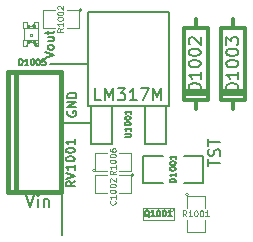
<source format=gto>
G04 (created by PCBNEW (2013-07-07 BZR 4022)-stable) date 10/06/2015 20:15:53*
%MOIN*%
G04 Gerber Fmt 3.4, Leading zero omitted, Abs format*
%FSLAX34Y34*%
G01*
G70*
G90*
G04 APERTURE LIST*
%ADD10C,0.00590551*%
%ADD11C,0.005*%
%ADD12C,0.008*%
%ADD13C,0.0031*%
%ADD14C,0.0039*%
%ADD15C,0.0026*%
%ADD16C,0.004*%
%ADD17C,0.002*%
%ADD18C,0.012*%
%ADD19C,0.015*%
%ADD20C,0.0043*%
G04 APERTURE END LIST*
G54D10*
G54D11*
X40661Y-32407D02*
X40661Y-32178D01*
X41061Y-32292D02*
X40661Y-32292D01*
X41042Y-32064D02*
X41061Y-32007D01*
X41061Y-31911D01*
X41042Y-31873D01*
X41023Y-31854D01*
X40985Y-31835D01*
X40947Y-31835D01*
X40909Y-31854D01*
X40890Y-31873D01*
X40871Y-31911D01*
X40852Y-31988D01*
X40833Y-32026D01*
X40814Y-32045D01*
X40776Y-32064D01*
X40738Y-32064D01*
X40700Y-32045D01*
X40680Y-32026D01*
X40661Y-31988D01*
X40661Y-31892D01*
X40680Y-31835D01*
X40661Y-31721D02*
X40661Y-31492D01*
X41061Y-31607D02*
X40661Y-31607D01*
G54D12*
X36750Y-30950D02*
X36750Y-30900D01*
X35850Y-30950D02*
X36750Y-30950D01*
X36650Y-29000D02*
X36600Y-29000D01*
X35400Y-29000D02*
X36650Y-29000D01*
G54D11*
X35221Y-28807D02*
X35521Y-28707D01*
X35221Y-28607D01*
X35521Y-28464D02*
X35507Y-28492D01*
X35492Y-28507D01*
X35464Y-28521D01*
X35378Y-28521D01*
X35350Y-28507D01*
X35335Y-28492D01*
X35321Y-28464D01*
X35321Y-28421D01*
X35335Y-28392D01*
X35350Y-28378D01*
X35378Y-28364D01*
X35464Y-28364D01*
X35492Y-28378D01*
X35507Y-28392D01*
X35521Y-28421D01*
X35521Y-28464D01*
X35321Y-28107D02*
X35521Y-28107D01*
X35321Y-28235D02*
X35478Y-28235D01*
X35507Y-28221D01*
X35521Y-28192D01*
X35521Y-28150D01*
X35507Y-28121D01*
X35492Y-28107D01*
X35321Y-28007D02*
X35321Y-27892D01*
X35221Y-27964D02*
X35478Y-27964D01*
X35507Y-27950D01*
X35521Y-27921D01*
X35521Y-27892D01*
X35985Y-30578D02*
X35971Y-30607D01*
X35971Y-30650D01*
X35985Y-30692D01*
X36014Y-30721D01*
X36042Y-30735D01*
X36100Y-30750D01*
X36142Y-30750D01*
X36200Y-30735D01*
X36228Y-30721D01*
X36257Y-30692D01*
X36271Y-30650D01*
X36271Y-30621D01*
X36257Y-30578D01*
X36242Y-30564D01*
X36142Y-30564D01*
X36142Y-30621D01*
X36271Y-30435D02*
X35971Y-30435D01*
X36271Y-30264D01*
X35971Y-30264D01*
X36271Y-30121D02*
X35971Y-30121D01*
X35971Y-30050D01*
X35985Y-30007D01*
X36014Y-29978D01*
X36042Y-29964D01*
X36100Y-29950D01*
X36142Y-29950D01*
X36200Y-29964D01*
X36228Y-29978D01*
X36257Y-30007D01*
X36271Y-30050D01*
X36271Y-30121D01*
G54D12*
X35800Y-33200D02*
X35800Y-34700D01*
G54D11*
X34590Y-33361D02*
X34723Y-33761D01*
X34857Y-33361D01*
X34990Y-33761D02*
X34990Y-33495D01*
X34990Y-33361D02*
X34971Y-33380D01*
X34990Y-33400D01*
X35009Y-33380D01*
X34990Y-33361D01*
X34990Y-33400D01*
X35180Y-33495D02*
X35180Y-33761D01*
X35180Y-33533D02*
X35200Y-33514D01*
X35238Y-33495D01*
X35295Y-33495D01*
X35333Y-33514D01*
X35352Y-33552D01*
X35352Y-33761D01*
G54D13*
X39525Y-33862D02*
G75*
G03X39525Y-33862I-62J0D01*
G74*
G01*
X38500Y-34200D02*
X38500Y-33800D01*
X39525Y-34200D02*
X39525Y-33800D01*
X38500Y-33800D02*
X39525Y-33800D01*
X39525Y-34200D02*
X38500Y-34200D01*
G54D11*
X40500Y-32950D02*
X40500Y-32050D01*
X40500Y-32050D02*
X39850Y-32050D01*
X39150Y-32950D02*
X38500Y-32950D01*
X38500Y-32950D02*
X38500Y-32050D01*
X38500Y-32050D02*
X39150Y-32050D01*
X39850Y-32950D02*
X40500Y-32950D01*
G54D14*
X36450Y-27200D02*
G75*
G03X36450Y-27200I-50J0D01*
G74*
G01*
X35950Y-27200D02*
X36350Y-27200D01*
X36350Y-27200D02*
X36350Y-27800D01*
X36350Y-27800D02*
X35950Y-27800D01*
X35550Y-27800D02*
X35150Y-27800D01*
X35150Y-27800D02*
X35150Y-27200D01*
X35150Y-27200D02*
X35550Y-27200D01*
X40000Y-33350D02*
G75*
G03X40000Y-33350I-50J0D01*
G74*
G01*
X39950Y-33800D02*
X39950Y-33400D01*
X39950Y-33400D02*
X40550Y-33400D01*
X40550Y-33400D02*
X40550Y-33800D01*
X40550Y-34200D02*
X40550Y-34600D01*
X40550Y-34600D02*
X39950Y-34600D01*
X39950Y-34600D02*
X39950Y-34200D01*
X38200Y-32700D02*
G75*
G03X38200Y-32700I-50J0D01*
G74*
G01*
X37700Y-32700D02*
X38100Y-32700D01*
X38100Y-32700D02*
X38100Y-33300D01*
X38100Y-33300D02*
X37700Y-33300D01*
X37300Y-33300D02*
X36900Y-33300D01*
X36900Y-33300D02*
X36900Y-32700D01*
X36900Y-32700D02*
X37300Y-32700D01*
X36900Y-32550D02*
G75*
G03X36900Y-32550I-50J0D01*
G74*
G01*
X37300Y-32550D02*
X36900Y-32550D01*
X36900Y-32550D02*
X36900Y-31950D01*
X36900Y-31950D02*
X37300Y-31950D01*
X37700Y-31950D02*
X38100Y-31950D01*
X38100Y-31950D02*
X38100Y-32550D01*
X38100Y-32550D02*
X37700Y-32550D01*
G54D15*
X34632Y-28196D02*
X34504Y-28196D01*
X34504Y-28196D02*
X34504Y-28393D01*
X34632Y-28393D02*
X34504Y-28393D01*
X34632Y-28196D02*
X34632Y-28393D01*
X34877Y-28196D02*
X34818Y-28196D01*
X34818Y-28196D02*
X34818Y-28295D01*
X34877Y-28295D02*
X34818Y-28295D01*
X34877Y-28196D02*
X34877Y-28295D01*
X34682Y-28196D02*
X34623Y-28196D01*
X34623Y-28196D02*
X34623Y-28295D01*
X34682Y-28295D02*
X34623Y-28295D01*
X34682Y-28196D02*
X34682Y-28295D01*
X34828Y-28196D02*
X34672Y-28196D01*
X34672Y-28196D02*
X34672Y-28265D01*
X34828Y-28265D02*
X34672Y-28265D01*
X34828Y-28196D02*
X34828Y-28265D01*
X34632Y-27607D02*
X34504Y-27607D01*
X34504Y-27607D02*
X34504Y-27804D01*
X34632Y-27804D02*
X34504Y-27804D01*
X34632Y-27607D02*
X34632Y-27804D01*
X34996Y-27607D02*
X34868Y-27607D01*
X34868Y-27607D02*
X34868Y-27804D01*
X34996Y-27804D02*
X34868Y-27804D01*
X34996Y-27607D02*
X34996Y-27804D01*
X34682Y-27705D02*
X34623Y-27705D01*
X34623Y-27705D02*
X34623Y-27804D01*
X34682Y-27804D02*
X34623Y-27804D01*
X34682Y-27705D02*
X34682Y-27804D01*
X34877Y-27705D02*
X34818Y-27705D01*
X34818Y-27705D02*
X34818Y-27804D01*
X34877Y-27804D02*
X34818Y-27804D01*
X34877Y-27705D02*
X34877Y-27804D01*
X34828Y-27735D02*
X34672Y-27735D01*
X34672Y-27735D02*
X34672Y-27804D01*
X34828Y-27804D02*
X34672Y-27804D01*
X34828Y-27735D02*
X34828Y-27804D01*
X34789Y-28000D02*
X34711Y-28000D01*
X34711Y-28000D02*
X34711Y-28078D01*
X34789Y-28078D02*
X34711Y-28078D01*
X34789Y-28000D02*
X34789Y-28078D01*
X34986Y-28196D02*
X34868Y-28196D01*
X34868Y-28196D02*
X34868Y-28314D01*
X34986Y-28314D02*
X34868Y-28314D01*
X34986Y-28196D02*
X34986Y-28314D01*
X34996Y-28364D02*
X34907Y-28364D01*
X34907Y-28364D02*
X34907Y-28393D01*
X34996Y-28393D02*
X34907Y-28393D01*
X34996Y-28364D02*
X34996Y-28393D01*
G54D16*
X34524Y-28206D02*
X34524Y-27794D01*
X34976Y-27804D02*
X34976Y-28364D01*
G54D17*
X34955Y-28334D02*
G75*
G03X34955Y-28334I-28J0D01*
G74*
G01*
G54D16*
X34887Y-28393D02*
G75*
G03X34613Y-28393I-137J0D01*
G74*
G01*
X34613Y-27607D02*
G75*
G03X34887Y-27607I137J0D01*
G74*
G01*
G54D11*
X38550Y-30400D02*
X38550Y-31650D01*
X38550Y-31650D02*
X39250Y-31650D01*
X39250Y-31650D02*
X39250Y-30400D01*
X36750Y-30400D02*
X36750Y-31650D01*
X36750Y-31650D02*
X37450Y-31650D01*
X37450Y-31650D02*
X37450Y-30400D01*
X39350Y-28000D02*
X39350Y-30400D01*
X39350Y-30400D02*
X36650Y-30400D01*
X36650Y-30400D02*
X36650Y-27300D01*
X36650Y-27250D02*
X39350Y-27250D01*
X39350Y-27300D02*
X39350Y-28000D01*
G54D18*
X40250Y-30500D02*
X40250Y-30200D01*
X40250Y-30200D02*
X40650Y-30200D01*
X40650Y-30200D02*
X40650Y-27800D01*
X40650Y-27800D02*
X40250Y-27800D01*
X40250Y-27800D02*
X40250Y-27500D01*
X40250Y-27800D02*
X39850Y-27800D01*
X39850Y-27800D02*
X39850Y-30200D01*
X39850Y-30200D02*
X40250Y-30200D01*
X40650Y-30000D02*
X39850Y-30000D01*
X39850Y-29900D02*
X40650Y-29900D01*
X41500Y-30500D02*
X41500Y-30200D01*
X41500Y-30200D02*
X41900Y-30200D01*
X41900Y-30200D02*
X41900Y-27800D01*
X41900Y-27800D02*
X41500Y-27800D01*
X41500Y-27800D02*
X41500Y-27500D01*
X41500Y-27800D02*
X41100Y-27800D01*
X41100Y-27800D02*
X41100Y-30200D01*
X41100Y-30200D02*
X41500Y-30200D01*
X41900Y-30000D02*
X41100Y-30000D01*
X41100Y-29900D02*
X41900Y-29900D01*
G54D19*
X34250Y-33250D02*
X34000Y-33250D01*
X34000Y-33250D02*
X34000Y-29250D01*
X34000Y-29250D02*
X34250Y-29250D01*
X35750Y-33250D02*
X34250Y-33250D01*
X34250Y-33250D02*
X34250Y-29250D01*
X34250Y-29250D02*
X35750Y-29250D01*
X35750Y-29250D02*
X35750Y-33250D01*
G54D11*
X38695Y-34100D02*
X38676Y-34090D01*
X38657Y-34071D01*
X38628Y-34042D01*
X38609Y-34033D01*
X38590Y-34033D01*
X38599Y-34080D02*
X38580Y-34071D01*
X38561Y-34052D01*
X38552Y-34014D01*
X38552Y-33947D01*
X38561Y-33909D01*
X38580Y-33890D01*
X38599Y-33880D01*
X38638Y-33880D01*
X38657Y-33890D01*
X38676Y-33909D01*
X38685Y-33947D01*
X38685Y-34014D01*
X38676Y-34052D01*
X38657Y-34071D01*
X38638Y-34080D01*
X38599Y-34080D01*
X38876Y-34080D02*
X38761Y-34080D01*
X38819Y-34080D02*
X38819Y-33880D01*
X38799Y-33909D01*
X38780Y-33928D01*
X38761Y-33938D01*
X38999Y-33880D02*
X39019Y-33880D01*
X39038Y-33890D01*
X39047Y-33900D01*
X39057Y-33919D01*
X39066Y-33957D01*
X39066Y-34004D01*
X39057Y-34042D01*
X39047Y-34061D01*
X39038Y-34071D01*
X39019Y-34080D01*
X38999Y-34080D01*
X38980Y-34071D01*
X38971Y-34061D01*
X38961Y-34042D01*
X38952Y-34004D01*
X38952Y-33957D01*
X38961Y-33919D01*
X38971Y-33900D01*
X38980Y-33890D01*
X38999Y-33880D01*
X39190Y-33880D02*
X39209Y-33880D01*
X39228Y-33890D01*
X39238Y-33900D01*
X39247Y-33919D01*
X39257Y-33957D01*
X39257Y-34004D01*
X39247Y-34042D01*
X39238Y-34061D01*
X39228Y-34071D01*
X39209Y-34080D01*
X39190Y-34080D01*
X39171Y-34071D01*
X39161Y-34061D01*
X39152Y-34042D01*
X39142Y-34004D01*
X39142Y-33957D01*
X39152Y-33919D01*
X39161Y-33900D01*
X39171Y-33890D01*
X39190Y-33880D01*
X39447Y-34080D02*
X39333Y-34080D01*
X39390Y-34080D02*
X39390Y-33880D01*
X39371Y-33909D01*
X39352Y-33928D01*
X39333Y-33938D01*
X39580Y-32933D02*
X39380Y-32933D01*
X39380Y-32885D01*
X39390Y-32857D01*
X39409Y-32838D01*
X39428Y-32828D01*
X39466Y-32819D01*
X39495Y-32819D01*
X39533Y-32828D01*
X39552Y-32838D01*
X39571Y-32857D01*
X39580Y-32885D01*
X39580Y-32933D01*
X39580Y-32628D02*
X39580Y-32742D01*
X39580Y-32685D02*
X39380Y-32685D01*
X39409Y-32704D01*
X39428Y-32723D01*
X39438Y-32742D01*
X39380Y-32504D02*
X39380Y-32485D01*
X39390Y-32466D01*
X39400Y-32457D01*
X39419Y-32447D01*
X39457Y-32438D01*
X39504Y-32438D01*
X39542Y-32447D01*
X39561Y-32457D01*
X39571Y-32466D01*
X39580Y-32485D01*
X39580Y-32504D01*
X39571Y-32523D01*
X39561Y-32533D01*
X39542Y-32542D01*
X39504Y-32552D01*
X39457Y-32552D01*
X39419Y-32542D01*
X39400Y-32533D01*
X39390Y-32523D01*
X39380Y-32504D01*
X39380Y-32314D02*
X39380Y-32295D01*
X39390Y-32276D01*
X39400Y-32266D01*
X39419Y-32257D01*
X39457Y-32247D01*
X39504Y-32247D01*
X39542Y-32257D01*
X39561Y-32266D01*
X39571Y-32276D01*
X39580Y-32295D01*
X39580Y-32314D01*
X39571Y-32333D01*
X39561Y-32342D01*
X39542Y-32352D01*
X39504Y-32361D01*
X39457Y-32361D01*
X39419Y-32352D01*
X39400Y-32342D01*
X39390Y-32333D01*
X39380Y-32314D01*
X39580Y-32057D02*
X39580Y-32171D01*
X39580Y-32114D02*
X39380Y-32114D01*
X39409Y-32133D01*
X39428Y-32152D01*
X39438Y-32171D01*
G54D20*
X35829Y-27814D02*
X35735Y-27879D01*
X35829Y-27926D02*
X35632Y-27926D01*
X35632Y-27851D01*
X35642Y-27833D01*
X35651Y-27823D01*
X35670Y-27814D01*
X35698Y-27814D01*
X35717Y-27823D01*
X35726Y-27833D01*
X35735Y-27851D01*
X35735Y-27926D01*
X35829Y-27626D02*
X35829Y-27739D01*
X35829Y-27682D02*
X35632Y-27682D01*
X35660Y-27701D01*
X35679Y-27720D01*
X35689Y-27739D01*
X35632Y-27504D02*
X35632Y-27485D01*
X35642Y-27467D01*
X35651Y-27457D01*
X35670Y-27448D01*
X35707Y-27439D01*
X35754Y-27439D01*
X35792Y-27448D01*
X35810Y-27457D01*
X35820Y-27467D01*
X35829Y-27485D01*
X35829Y-27504D01*
X35820Y-27523D01*
X35810Y-27532D01*
X35792Y-27542D01*
X35754Y-27551D01*
X35707Y-27551D01*
X35670Y-27542D01*
X35651Y-27532D01*
X35642Y-27523D01*
X35632Y-27504D01*
X35632Y-27317D02*
X35632Y-27298D01*
X35642Y-27279D01*
X35651Y-27270D01*
X35670Y-27260D01*
X35707Y-27251D01*
X35754Y-27251D01*
X35792Y-27260D01*
X35810Y-27270D01*
X35820Y-27279D01*
X35829Y-27298D01*
X35829Y-27317D01*
X35820Y-27335D01*
X35810Y-27345D01*
X35792Y-27354D01*
X35754Y-27363D01*
X35707Y-27363D01*
X35670Y-27354D01*
X35651Y-27345D01*
X35642Y-27335D01*
X35632Y-27317D01*
X35651Y-27176D02*
X35642Y-27166D01*
X35632Y-27148D01*
X35632Y-27101D01*
X35642Y-27082D01*
X35651Y-27073D01*
X35670Y-27063D01*
X35689Y-27063D01*
X35717Y-27073D01*
X35829Y-27185D01*
X35829Y-27063D01*
X39935Y-34079D02*
X39870Y-33985D01*
X39823Y-34079D02*
X39823Y-33882D01*
X39898Y-33882D01*
X39916Y-33892D01*
X39926Y-33901D01*
X39935Y-33920D01*
X39935Y-33948D01*
X39926Y-33967D01*
X39916Y-33976D01*
X39898Y-33985D01*
X39823Y-33985D01*
X40123Y-34079D02*
X40010Y-34079D01*
X40067Y-34079D02*
X40067Y-33882D01*
X40048Y-33910D01*
X40029Y-33929D01*
X40010Y-33939D01*
X40245Y-33882D02*
X40264Y-33882D01*
X40282Y-33892D01*
X40292Y-33901D01*
X40301Y-33920D01*
X40310Y-33957D01*
X40310Y-34004D01*
X40301Y-34042D01*
X40292Y-34060D01*
X40282Y-34070D01*
X40264Y-34079D01*
X40245Y-34079D01*
X40226Y-34070D01*
X40217Y-34060D01*
X40207Y-34042D01*
X40198Y-34004D01*
X40198Y-33957D01*
X40207Y-33920D01*
X40217Y-33901D01*
X40226Y-33892D01*
X40245Y-33882D01*
X40432Y-33882D02*
X40451Y-33882D01*
X40470Y-33892D01*
X40479Y-33901D01*
X40489Y-33920D01*
X40498Y-33957D01*
X40498Y-34004D01*
X40489Y-34042D01*
X40479Y-34060D01*
X40470Y-34070D01*
X40451Y-34079D01*
X40432Y-34079D01*
X40414Y-34070D01*
X40404Y-34060D01*
X40395Y-34042D01*
X40386Y-34004D01*
X40386Y-33957D01*
X40395Y-33920D01*
X40404Y-33901D01*
X40414Y-33892D01*
X40432Y-33882D01*
X40686Y-34079D02*
X40573Y-34079D01*
X40629Y-34079D02*
X40629Y-33882D01*
X40611Y-33910D01*
X40592Y-33929D01*
X40573Y-33939D01*
X37560Y-33564D02*
X37570Y-33573D01*
X37579Y-33601D01*
X37579Y-33620D01*
X37570Y-33648D01*
X37551Y-33667D01*
X37532Y-33676D01*
X37495Y-33686D01*
X37467Y-33686D01*
X37429Y-33676D01*
X37410Y-33667D01*
X37392Y-33648D01*
X37382Y-33620D01*
X37382Y-33601D01*
X37392Y-33573D01*
X37401Y-33564D01*
X37579Y-33376D02*
X37579Y-33489D01*
X37579Y-33432D02*
X37382Y-33432D01*
X37410Y-33451D01*
X37429Y-33470D01*
X37439Y-33489D01*
X37382Y-33254D02*
X37382Y-33235D01*
X37392Y-33217D01*
X37401Y-33207D01*
X37420Y-33198D01*
X37457Y-33189D01*
X37504Y-33189D01*
X37542Y-33198D01*
X37560Y-33207D01*
X37570Y-33217D01*
X37579Y-33235D01*
X37579Y-33254D01*
X37570Y-33273D01*
X37560Y-33282D01*
X37542Y-33292D01*
X37504Y-33301D01*
X37457Y-33301D01*
X37420Y-33292D01*
X37401Y-33282D01*
X37392Y-33273D01*
X37382Y-33254D01*
X37382Y-33067D02*
X37382Y-33048D01*
X37392Y-33029D01*
X37401Y-33020D01*
X37420Y-33010D01*
X37457Y-33001D01*
X37504Y-33001D01*
X37542Y-33010D01*
X37560Y-33020D01*
X37570Y-33029D01*
X37579Y-33048D01*
X37579Y-33067D01*
X37570Y-33085D01*
X37560Y-33095D01*
X37542Y-33104D01*
X37504Y-33113D01*
X37457Y-33113D01*
X37420Y-33104D01*
X37401Y-33095D01*
X37392Y-33085D01*
X37382Y-33067D01*
X37401Y-32926D02*
X37392Y-32916D01*
X37382Y-32898D01*
X37382Y-32851D01*
X37392Y-32832D01*
X37401Y-32823D01*
X37420Y-32813D01*
X37439Y-32813D01*
X37467Y-32823D01*
X37579Y-32935D01*
X37579Y-32813D01*
X37579Y-32564D02*
X37485Y-32629D01*
X37579Y-32676D02*
X37382Y-32676D01*
X37382Y-32601D01*
X37392Y-32583D01*
X37401Y-32573D01*
X37420Y-32564D01*
X37448Y-32564D01*
X37467Y-32573D01*
X37476Y-32583D01*
X37485Y-32601D01*
X37485Y-32676D01*
X37579Y-32376D02*
X37579Y-32489D01*
X37579Y-32432D02*
X37382Y-32432D01*
X37410Y-32451D01*
X37429Y-32470D01*
X37439Y-32489D01*
X37382Y-32254D02*
X37382Y-32235D01*
X37392Y-32217D01*
X37401Y-32207D01*
X37420Y-32198D01*
X37457Y-32189D01*
X37504Y-32189D01*
X37542Y-32198D01*
X37560Y-32207D01*
X37570Y-32217D01*
X37579Y-32235D01*
X37579Y-32254D01*
X37570Y-32273D01*
X37560Y-32282D01*
X37542Y-32292D01*
X37504Y-32301D01*
X37457Y-32301D01*
X37420Y-32292D01*
X37401Y-32282D01*
X37392Y-32273D01*
X37382Y-32254D01*
X37382Y-32067D02*
X37382Y-32048D01*
X37392Y-32029D01*
X37401Y-32020D01*
X37420Y-32010D01*
X37457Y-32001D01*
X37504Y-32001D01*
X37542Y-32010D01*
X37560Y-32020D01*
X37570Y-32029D01*
X37579Y-32048D01*
X37579Y-32067D01*
X37570Y-32085D01*
X37560Y-32095D01*
X37542Y-32104D01*
X37504Y-32113D01*
X37457Y-32113D01*
X37420Y-32104D01*
X37401Y-32095D01*
X37392Y-32085D01*
X37382Y-32067D01*
X37382Y-31832D02*
X37382Y-31870D01*
X37392Y-31888D01*
X37401Y-31898D01*
X37429Y-31916D01*
X37467Y-31926D01*
X37542Y-31926D01*
X37560Y-31916D01*
X37570Y-31907D01*
X37579Y-31888D01*
X37579Y-31851D01*
X37570Y-31832D01*
X37560Y-31823D01*
X37542Y-31813D01*
X37495Y-31813D01*
X37476Y-31823D01*
X37467Y-31832D01*
X37457Y-31851D01*
X37457Y-31888D01*
X37467Y-31907D01*
X37476Y-31916D01*
X37495Y-31926D01*
G54D11*
X34366Y-29030D02*
X34366Y-28830D01*
X34414Y-28830D01*
X34442Y-28840D01*
X34461Y-28859D01*
X34471Y-28878D01*
X34480Y-28916D01*
X34480Y-28945D01*
X34471Y-28983D01*
X34461Y-29002D01*
X34442Y-29021D01*
X34414Y-29030D01*
X34366Y-29030D01*
X34671Y-29030D02*
X34557Y-29030D01*
X34614Y-29030D02*
X34614Y-28830D01*
X34595Y-28859D01*
X34576Y-28878D01*
X34557Y-28888D01*
X34795Y-28830D02*
X34814Y-28830D01*
X34833Y-28840D01*
X34842Y-28850D01*
X34852Y-28869D01*
X34861Y-28907D01*
X34861Y-28954D01*
X34852Y-28992D01*
X34842Y-29011D01*
X34833Y-29021D01*
X34814Y-29030D01*
X34795Y-29030D01*
X34776Y-29021D01*
X34766Y-29011D01*
X34757Y-28992D01*
X34747Y-28954D01*
X34747Y-28907D01*
X34757Y-28869D01*
X34766Y-28850D01*
X34776Y-28840D01*
X34795Y-28830D01*
X34985Y-28830D02*
X35004Y-28830D01*
X35023Y-28840D01*
X35033Y-28850D01*
X35042Y-28869D01*
X35052Y-28907D01*
X35052Y-28954D01*
X35042Y-28992D01*
X35033Y-29011D01*
X35023Y-29021D01*
X35004Y-29030D01*
X34985Y-29030D01*
X34966Y-29021D01*
X34957Y-29011D01*
X34947Y-28992D01*
X34938Y-28954D01*
X34938Y-28907D01*
X34947Y-28869D01*
X34957Y-28850D01*
X34966Y-28840D01*
X34985Y-28830D01*
X35233Y-28830D02*
X35138Y-28830D01*
X35128Y-28926D01*
X35138Y-28916D01*
X35157Y-28907D01*
X35204Y-28907D01*
X35223Y-28916D01*
X35233Y-28926D01*
X35242Y-28945D01*
X35242Y-28992D01*
X35233Y-29011D01*
X35223Y-29021D01*
X35204Y-29030D01*
X35157Y-29030D01*
X35138Y-29021D01*
X35128Y-29011D01*
X37880Y-31438D02*
X38042Y-31438D01*
X38061Y-31428D01*
X38071Y-31419D01*
X38080Y-31400D01*
X38080Y-31361D01*
X38071Y-31342D01*
X38061Y-31333D01*
X38042Y-31323D01*
X37880Y-31323D01*
X38080Y-31123D02*
X38080Y-31238D01*
X38080Y-31180D02*
X37880Y-31180D01*
X37909Y-31200D01*
X37928Y-31219D01*
X37938Y-31238D01*
X37880Y-31000D02*
X37880Y-30980D01*
X37890Y-30961D01*
X37900Y-30952D01*
X37919Y-30942D01*
X37957Y-30933D01*
X38004Y-30933D01*
X38042Y-30942D01*
X38061Y-30952D01*
X38071Y-30961D01*
X38080Y-30980D01*
X38080Y-31000D01*
X38071Y-31019D01*
X38061Y-31028D01*
X38042Y-31038D01*
X38004Y-31047D01*
X37957Y-31047D01*
X37919Y-31038D01*
X37900Y-31028D01*
X37890Y-31019D01*
X37880Y-31000D01*
X37880Y-30809D02*
X37880Y-30790D01*
X37890Y-30771D01*
X37900Y-30761D01*
X37919Y-30752D01*
X37957Y-30742D01*
X38004Y-30742D01*
X38042Y-30752D01*
X38061Y-30761D01*
X38071Y-30771D01*
X38080Y-30790D01*
X38080Y-30809D01*
X38071Y-30828D01*
X38061Y-30838D01*
X38042Y-30847D01*
X38004Y-30857D01*
X37957Y-30857D01*
X37919Y-30847D01*
X37900Y-30838D01*
X37890Y-30828D01*
X37880Y-30809D01*
X38080Y-30552D02*
X38080Y-30666D01*
X38080Y-30609D02*
X37880Y-30609D01*
X37909Y-30628D01*
X37928Y-30647D01*
X37938Y-30666D01*
G54D12*
X37095Y-30211D02*
X36904Y-30211D01*
X36904Y-29811D01*
X37228Y-30211D02*
X37228Y-29811D01*
X37361Y-30097D01*
X37495Y-29811D01*
X37495Y-30211D01*
X37647Y-29811D02*
X37895Y-29811D01*
X37761Y-29964D01*
X37819Y-29964D01*
X37857Y-29983D01*
X37876Y-30002D01*
X37895Y-30040D01*
X37895Y-30135D01*
X37876Y-30173D01*
X37857Y-30192D01*
X37819Y-30211D01*
X37704Y-30211D01*
X37666Y-30192D01*
X37647Y-30173D01*
X38276Y-30211D02*
X38047Y-30211D01*
X38161Y-30211D02*
X38161Y-29811D01*
X38123Y-29869D01*
X38085Y-29907D01*
X38047Y-29926D01*
X38409Y-29811D02*
X38676Y-29811D01*
X38504Y-30211D01*
X38828Y-30211D02*
X38828Y-29811D01*
X38961Y-30097D01*
X39095Y-29811D01*
X39095Y-30211D01*
X40411Y-29866D02*
X40011Y-29866D01*
X40011Y-29771D01*
X40030Y-29714D01*
X40069Y-29676D01*
X40107Y-29657D01*
X40183Y-29638D01*
X40240Y-29638D01*
X40316Y-29657D01*
X40354Y-29676D01*
X40392Y-29714D01*
X40411Y-29771D01*
X40411Y-29866D01*
X40411Y-29257D02*
X40411Y-29485D01*
X40411Y-29371D02*
X40011Y-29371D01*
X40069Y-29409D01*
X40107Y-29447D01*
X40126Y-29485D01*
X40011Y-29009D02*
X40011Y-28971D01*
X40030Y-28933D01*
X40050Y-28914D01*
X40088Y-28895D01*
X40164Y-28876D01*
X40259Y-28876D01*
X40335Y-28895D01*
X40373Y-28914D01*
X40392Y-28933D01*
X40411Y-28971D01*
X40411Y-29009D01*
X40392Y-29047D01*
X40373Y-29066D01*
X40335Y-29085D01*
X40259Y-29104D01*
X40164Y-29104D01*
X40088Y-29085D01*
X40050Y-29066D01*
X40030Y-29047D01*
X40011Y-29009D01*
X40011Y-28628D02*
X40011Y-28590D01*
X40030Y-28552D01*
X40050Y-28533D01*
X40088Y-28514D01*
X40164Y-28495D01*
X40259Y-28495D01*
X40335Y-28514D01*
X40373Y-28533D01*
X40392Y-28552D01*
X40411Y-28590D01*
X40411Y-28628D01*
X40392Y-28666D01*
X40373Y-28685D01*
X40335Y-28704D01*
X40259Y-28723D01*
X40164Y-28723D01*
X40088Y-28704D01*
X40050Y-28685D01*
X40030Y-28666D01*
X40011Y-28628D01*
X40050Y-28342D02*
X40030Y-28323D01*
X40011Y-28285D01*
X40011Y-28190D01*
X40030Y-28152D01*
X40050Y-28133D01*
X40088Y-28114D01*
X40126Y-28114D01*
X40183Y-28133D01*
X40411Y-28361D01*
X40411Y-28114D01*
X41661Y-29866D02*
X41261Y-29866D01*
X41261Y-29771D01*
X41280Y-29714D01*
X41319Y-29676D01*
X41357Y-29657D01*
X41433Y-29638D01*
X41490Y-29638D01*
X41566Y-29657D01*
X41604Y-29676D01*
X41642Y-29714D01*
X41661Y-29771D01*
X41661Y-29866D01*
X41661Y-29257D02*
X41661Y-29485D01*
X41661Y-29371D02*
X41261Y-29371D01*
X41319Y-29409D01*
X41357Y-29447D01*
X41376Y-29485D01*
X41261Y-29009D02*
X41261Y-28971D01*
X41280Y-28933D01*
X41300Y-28914D01*
X41338Y-28895D01*
X41414Y-28876D01*
X41509Y-28876D01*
X41585Y-28895D01*
X41623Y-28914D01*
X41642Y-28933D01*
X41661Y-28971D01*
X41661Y-29009D01*
X41642Y-29047D01*
X41623Y-29066D01*
X41585Y-29085D01*
X41509Y-29104D01*
X41414Y-29104D01*
X41338Y-29085D01*
X41300Y-29066D01*
X41280Y-29047D01*
X41261Y-29009D01*
X41261Y-28628D02*
X41261Y-28590D01*
X41280Y-28552D01*
X41300Y-28533D01*
X41338Y-28514D01*
X41414Y-28495D01*
X41509Y-28495D01*
X41585Y-28514D01*
X41623Y-28533D01*
X41642Y-28552D01*
X41661Y-28590D01*
X41661Y-28628D01*
X41642Y-28666D01*
X41623Y-28685D01*
X41585Y-28704D01*
X41509Y-28723D01*
X41414Y-28723D01*
X41338Y-28704D01*
X41300Y-28685D01*
X41280Y-28666D01*
X41261Y-28628D01*
X41261Y-28361D02*
X41261Y-28114D01*
X41414Y-28247D01*
X41414Y-28190D01*
X41433Y-28152D01*
X41452Y-28133D01*
X41490Y-28114D01*
X41585Y-28114D01*
X41623Y-28133D01*
X41642Y-28152D01*
X41661Y-28190D01*
X41661Y-28304D01*
X41642Y-28342D01*
X41623Y-28361D01*
G54D11*
X36221Y-32907D02*
X36078Y-33007D01*
X36221Y-33078D02*
X35921Y-33078D01*
X35921Y-32964D01*
X35935Y-32935D01*
X35950Y-32921D01*
X35978Y-32907D01*
X36021Y-32907D01*
X36050Y-32921D01*
X36064Y-32935D01*
X36078Y-32964D01*
X36078Y-33078D01*
X35921Y-32821D02*
X36221Y-32721D01*
X35921Y-32621D01*
X36221Y-32364D02*
X36221Y-32535D01*
X36221Y-32449D02*
X35921Y-32449D01*
X35964Y-32478D01*
X35992Y-32507D01*
X36007Y-32535D01*
X35921Y-32178D02*
X35921Y-32149D01*
X35935Y-32121D01*
X35950Y-32107D01*
X35978Y-32092D01*
X36035Y-32078D01*
X36107Y-32078D01*
X36164Y-32092D01*
X36192Y-32107D01*
X36207Y-32121D01*
X36221Y-32149D01*
X36221Y-32178D01*
X36207Y-32207D01*
X36192Y-32221D01*
X36164Y-32235D01*
X36107Y-32249D01*
X36035Y-32249D01*
X35978Y-32235D01*
X35950Y-32221D01*
X35935Y-32207D01*
X35921Y-32178D01*
X35921Y-31892D02*
X35921Y-31864D01*
X35935Y-31835D01*
X35950Y-31821D01*
X35978Y-31807D01*
X36035Y-31792D01*
X36107Y-31792D01*
X36164Y-31807D01*
X36192Y-31821D01*
X36207Y-31835D01*
X36221Y-31864D01*
X36221Y-31892D01*
X36207Y-31921D01*
X36192Y-31935D01*
X36164Y-31949D01*
X36107Y-31964D01*
X36035Y-31964D01*
X35978Y-31949D01*
X35950Y-31935D01*
X35935Y-31921D01*
X35921Y-31892D01*
X36221Y-31507D02*
X36221Y-31678D01*
X36221Y-31592D02*
X35921Y-31592D01*
X35964Y-31621D01*
X35992Y-31650D01*
X36007Y-31678D01*
M02*

</source>
